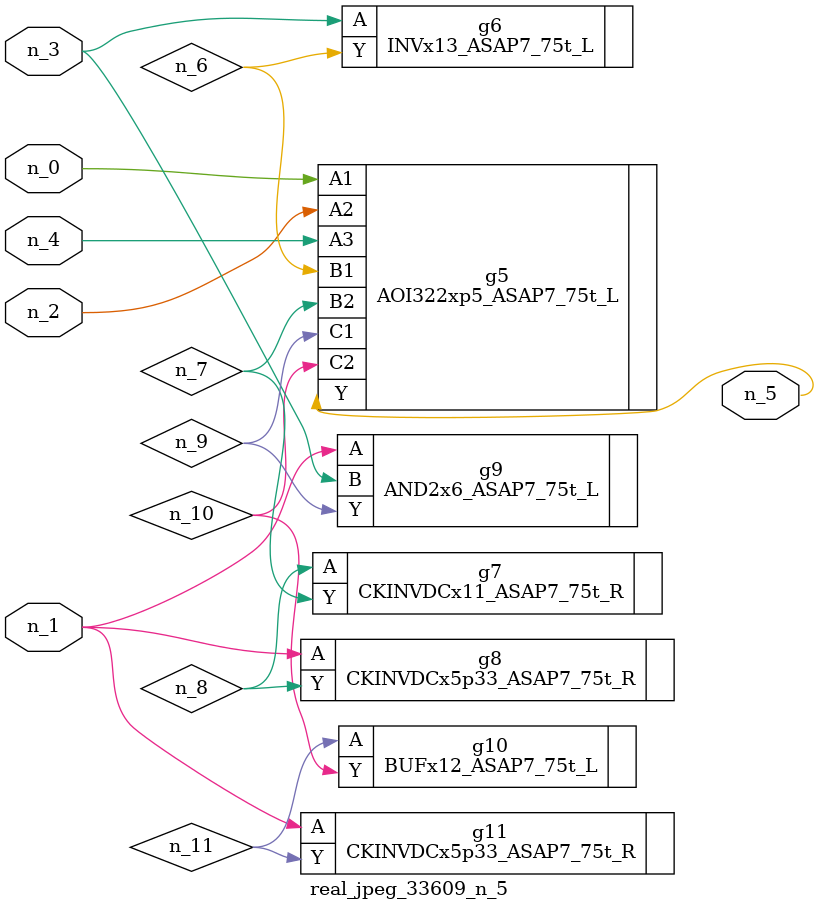
<source format=v>
module real_jpeg_33609_n_5 (n_4, n_0, n_1, n_2, n_3, n_5);

input n_4;
input n_0;
input n_1;
input n_2;
input n_3;

output n_5;

wire n_8;
wire n_11;
wire n_6;
wire n_7;
wire n_10;
wire n_9;

AOI322xp5_ASAP7_75t_L g5 ( 
.A1(n_0),
.A2(n_2),
.A3(n_4),
.B1(n_6),
.B2(n_7),
.C1(n_9),
.C2(n_10),
.Y(n_5)
);

CKINVDCx5p33_ASAP7_75t_R g8 ( 
.A(n_1),
.Y(n_8)
);

AND2x6_ASAP7_75t_L g9 ( 
.A(n_1),
.B(n_3),
.Y(n_9)
);

CKINVDCx5p33_ASAP7_75t_R g11 ( 
.A(n_1),
.Y(n_11)
);

INVx13_ASAP7_75t_L g6 ( 
.A(n_3),
.Y(n_6)
);

CKINVDCx11_ASAP7_75t_R g7 ( 
.A(n_8),
.Y(n_7)
);

BUFx12_ASAP7_75t_L g10 ( 
.A(n_11),
.Y(n_10)
);


endmodule
</source>
